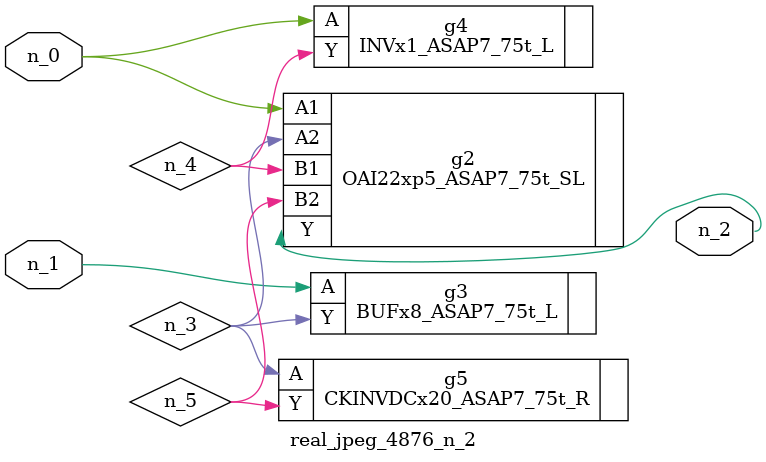
<source format=v>
module real_jpeg_4876_n_2 (n_1, n_0, n_2);

input n_1;
input n_0;

output n_2;

wire n_5;
wire n_4;
wire n_3;

OAI22xp5_ASAP7_75t_SL g2 ( 
.A1(n_0),
.A2(n_3),
.B1(n_4),
.B2(n_5),
.Y(n_2)
);

INVx1_ASAP7_75t_L g4 ( 
.A(n_0),
.Y(n_4)
);

BUFx8_ASAP7_75t_L g3 ( 
.A(n_1),
.Y(n_3)
);

CKINVDCx20_ASAP7_75t_R g5 ( 
.A(n_3),
.Y(n_5)
);


endmodule
</source>
